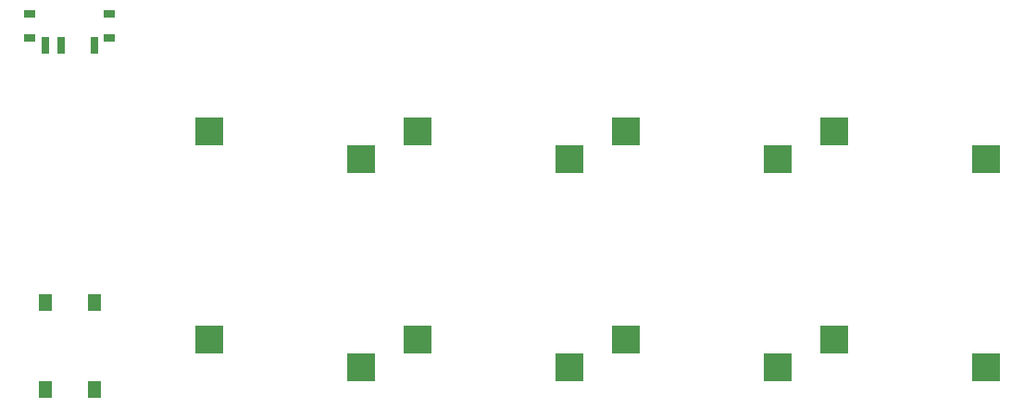
<source format=gtp>
G04 #@! TF.GenerationSoftware,KiCad,Pcbnew,(6.0.7)*
G04 #@! TF.CreationDate,2022-11-12T22:44:30+08:00*
G04 #@! TF.ProjectId,KP08_keypad,4b503038-5f6b-4657-9970-61642e6b6963,1.0*
G04 #@! TF.SameCoordinates,Original*
G04 #@! TF.FileFunction,Paste,Top*
G04 #@! TF.FilePolarity,Positive*
%FSLAX46Y46*%
G04 Gerber Fmt 4.6, Leading zero omitted, Abs format (unit mm)*
G04 Created by KiCad (PCBNEW (6.0.7)) date 2022-11-12 22:44:30*
%MOMM*%
%LPD*%
G01*
G04 APERTURE LIST*
%ADD10R,2.500000X2.550000*%
%ADD11R,1.300000X1.550000*%
%ADD12R,1.000000X0.800000*%
%ADD13R,0.700000X1.500000*%
G04 APERTURE END LIST*
D10*
X163890000Y-78740000D03*
X177740000Y-81280000D03*
X106740000Y-78740000D03*
X120590000Y-81280000D03*
D11*
X96230000Y-94450000D03*
X96230000Y-102400000D03*
X91730000Y-94450000D03*
X91730000Y-102400000D03*
D10*
X163890000Y-97790000D03*
X177740000Y-100330000D03*
X125790000Y-78740000D03*
X139640000Y-81280000D03*
X125790000Y-97790000D03*
X139640000Y-100330000D03*
X144840000Y-97790000D03*
X158690000Y-100330000D03*
X144840000Y-78740000D03*
X158690000Y-81280000D03*
X106740000Y-97790000D03*
X120590000Y-100330000D03*
D12*
X97630000Y-68006000D03*
X90330000Y-68006000D03*
X90330000Y-70216000D03*
X97630000Y-70216000D03*
D13*
X96230000Y-70866000D03*
X93230000Y-70866000D03*
X91730000Y-70866000D03*
M02*

</source>
